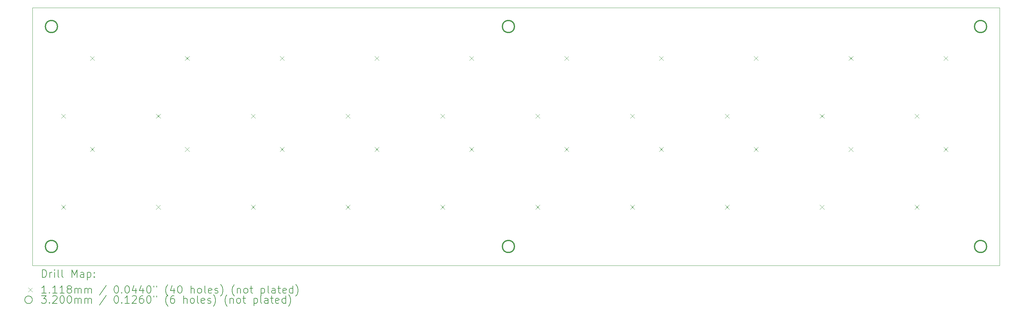
<source format=gbr>
%TF.GenerationSoftware,KiCad,Pcbnew,8.0.4*%
%TF.CreationDate,2024-09-19T19:58:53+02:00*%
%TF.ProjectId,Buttons_Flash,42757474-6f6e-4735-9f46-6c6173682e6b,rev?*%
%TF.SameCoordinates,Original*%
%TF.FileFunction,Drillmap*%
%TF.FilePolarity,Positive*%
%FSLAX45Y45*%
G04 Gerber Fmt 4.5, Leading zero omitted, Abs format (unit mm)*
G04 Created by KiCad (PCBNEW 8.0.4) date 2024-09-19 19:58:53*
%MOMM*%
%LPD*%
G01*
G04 APERTURE LIST*
%ADD10C,0.050000*%
%ADD11C,0.200000*%
%ADD12C,0.111760*%
%ADD13C,0.320000*%
G04 APERTURE END LIST*
D10*
X27500000Y-15000000D02*
X27500000Y-8200000D01*
X27500000Y-8200000D02*
X2000000Y-8200000D01*
X2000000Y-8200000D02*
X2000000Y-15000000D01*
X2000000Y-15000000D02*
X27500000Y-15000000D01*
D11*
D12*
X2763120Y-11006120D02*
X2874880Y-11117880D01*
X2874880Y-11006120D02*
X2763120Y-11117880D01*
X2763120Y-13406120D02*
X2874880Y-13517880D01*
X2874880Y-13406120D02*
X2763120Y-13517880D01*
X3525120Y-9482120D02*
X3636880Y-9593880D01*
X3636880Y-9482120D02*
X3525120Y-9593880D01*
X3525120Y-11882120D02*
X3636880Y-11993880D01*
X3636880Y-11882120D02*
X3525120Y-11993880D01*
X5263120Y-11006120D02*
X5374880Y-11117880D01*
X5374880Y-11006120D02*
X5263120Y-11117880D01*
X5263120Y-13406120D02*
X5374880Y-13517880D01*
X5374880Y-13406120D02*
X5263120Y-13517880D01*
X6025120Y-9482120D02*
X6136880Y-9593880D01*
X6136880Y-9482120D02*
X6025120Y-9593880D01*
X6025120Y-11882120D02*
X6136880Y-11993880D01*
X6136880Y-11882120D02*
X6025120Y-11993880D01*
X7763120Y-11006120D02*
X7874880Y-11117880D01*
X7874880Y-11006120D02*
X7763120Y-11117880D01*
X7763120Y-13406120D02*
X7874880Y-13517880D01*
X7874880Y-13406120D02*
X7763120Y-13517880D01*
X8525120Y-9482120D02*
X8636880Y-9593880D01*
X8636880Y-9482120D02*
X8525120Y-9593880D01*
X8525120Y-11882120D02*
X8636880Y-11993880D01*
X8636880Y-11882120D02*
X8525120Y-11993880D01*
X10263120Y-11006120D02*
X10374880Y-11117880D01*
X10374880Y-11006120D02*
X10263120Y-11117880D01*
X10263120Y-13406120D02*
X10374880Y-13517880D01*
X10374880Y-13406120D02*
X10263120Y-13517880D01*
X11025120Y-9482120D02*
X11136880Y-9593880D01*
X11136880Y-9482120D02*
X11025120Y-9593880D01*
X11025120Y-11882120D02*
X11136880Y-11993880D01*
X11136880Y-11882120D02*
X11025120Y-11993880D01*
X12763120Y-11006120D02*
X12874880Y-11117880D01*
X12874880Y-11006120D02*
X12763120Y-11117880D01*
X12763120Y-13406120D02*
X12874880Y-13517880D01*
X12874880Y-13406120D02*
X12763120Y-13517880D01*
X13525120Y-9482120D02*
X13636880Y-9593880D01*
X13636880Y-9482120D02*
X13525120Y-9593880D01*
X13525120Y-11882120D02*
X13636880Y-11993880D01*
X13636880Y-11882120D02*
X13525120Y-11993880D01*
X15263120Y-11006120D02*
X15374880Y-11117880D01*
X15374880Y-11006120D02*
X15263120Y-11117880D01*
X15263120Y-13406120D02*
X15374880Y-13517880D01*
X15374880Y-13406120D02*
X15263120Y-13517880D01*
X16025120Y-9482120D02*
X16136880Y-9593880D01*
X16136880Y-9482120D02*
X16025120Y-9593880D01*
X16025120Y-11882120D02*
X16136880Y-11993880D01*
X16136880Y-11882120D02*
X16025120Y-11993880D01*
X17763120Y-11006120D02*
X17874880Y-11117880D01*
X17874880Y-11006120D02*
X17763120Y-11117880D01*
X17763120Y-13406120D02*
X17874880Y-13517880D01*
X17874880Y-13406120D02*
X17763120Y-13517880D01*
X18525120Y-9482120D02*
X18636880Y-9593880D01*
X18636880Y-9482120D02*
X18525120Y-9593880D01*
X18525120Y-11882120D02*
X18636880Y-11993880D01*
X18636880Y-11882120D02*
X18525120Y-11993880D01*
X20263120Y-11006120D02*
X20374880Y-11117880D01*
X20374880Y-11006120D02*
X20263120Y-11117880D01*
X20263120Y-13406120D02*
X20374880Y-13517880D01*
X20374880Y-13406120D02*
X20263120Y-13517880D01*
X21025120Y-9482120D02*
X21136880Y-9593880D01*
X21136880Y-9482120D02*
X21025120Y-9593880D01*
X21025120Y-11882120D02*
X21136880Y-11993880D01*
X21136880Y-11882120D02*
X21025120Y-11993880D01*
X22763120Y-11006120D02*
X22874880Y-11117880D01*
X22874880Y-11006120D02*
X22763120Y-11117880D01*
X22763120Y-13406120D02*
X22874880Y-13517880D01*
X22874880Y-13406120D02*
X22763120Y-13517880D01*
X23525120Y-9482120D02*
X23636880Y-9593880D01*
X23636880Y-9482120D02*
X23525120Y-9593880D01*
X23525120Y-11882120D02*
X23636880Y-11993880D01*
X23636880Y-11882120D02*
X23525120Y-11993880D01*
X25263120Y-11006120D02*
X25374880Y-11117880D01*
X25374880Y-11006120D02*
X25263120Y-11117880D01*
X25263120Y-13406120D02*
X25374880Y-13517880D01*
X25374880Y-13406120D02*
X25263120Y-13517880D01*
X26025120Y-9482120D02*
X26136880Y-9593880D01*
X26136880Y-9482120D02*
X26025120Y-9593880D01*
X26025120Y-11882120D02*
X26136880Y-11993880D01*
X26136880Y-11882120D02*
X26025120Y-11993880D01*
D13*
X2660000Y-8700000D02*
G75*
G02*
X2340000Y-8700000I-160000J0D01*
G01*
X2340000Y-8700000D02*
G75*
G02*
X2660000Y-8700000I160000J0D01*
G01*
X2660000Y-14500000D02*
G75*
G02*
X2340000Y-14500000I-160000J0D01*
G01*
X2340000Y-14500000D02*
G75*
G02*
X2660000Y-14500000I160000J0D01*
G01*
X14710000Y-8700000D02*
G75*
G02*
X14390000Y-8700000I-160000J0D01*
G01*
X14390000Y-8700000D02*
G75*
G02*
X14710000Y-8700000I160000J0D01*
G01*
X14710000Y-14500000D02*
G75*
G02*
X14390000Y-14500000I-160000J0D01*
G01*
X14390000Y-14500000D02*
G75*
G02*
X14710000Y-14500000I160000J0D01*
G01*
X27160000Y-8700000D02*
G75*
G02*
X26840000Y-8700000I-160000J0D01*
G01*
X26840000Y-8700000D02*
G75*
G02*
X27160000Y-8700000I160000J0D01*
G01*
X27160000Y-14500000D02*
G75*
G02*
X26840000Y-14500000I-160000J0D01*
G01*
X26840000Y-14500000D02*
G75*
G02*
X27160000Y-14500000I160000J0D01*
G01*
D11*
X2258277Y-15313984D02*
X2258277Y-15113984D01*
X2258277Y-15113984D02*
X2305896Y-15113984D01*
X2305896Y-15113984D02*
X2334467Y-15123508D01*
X2334467Y-15123508D02*
X2353515Y-15142555D01*
X2353515Y-15142555D02*
X2363039Y-15161603D01*
X2363039Y-15161603D02*
X2372563Y-15199698D01*
X2372563Y-15199698D02*
X2372563Y-15228269D01*
X2372563Y-15228269D02*
X2363039Y-15266365D01*
X2363039Y-15266365D02*
X2353515Y-15285412D01*
X2353515Y-15285412D02*
X2334467Y-15304460D01*
X2334467Y-15304460D02*
X2305896Y-15313984D01*
X2305896Y-15313984D02*
X2258277Y-15313984D01*
X2458277Y-15313984D02*
X2458277Y-15180650D01*
X2458277Y-15218746D02*
X2467801Y-15199698D01*
X2467801Y-15199698D02*
X2477324Y-15190174D01*
X2477324Y-15190174D02*
X2496372Y-15180650D01*
X2496372Y-15180650D02*
X2515420Y-15180650D01*
X2582086Y-15313984D02*
X2582086Y-15180650D01*
X2582086Y-15113984D02*
X2572563Y-15123508D01*
X2572563Y-15123508D02*
X2582086Y-15133031D01*
X2582086Y-15133031D02*
X2591610Y-15123508D01*
X2591610Y-15123508D02*
X2582086Y-15113984D01*
X2582086Y-15113984D02*
X2582086Y-15133031D01*
X2705896Y-15313984D02*
X2686848Y-15304460D01*
X2686848Y-15304460D02*
X2677324Y-15285412D01*
X2677324Y-15285412D02*
X2677324Y-15113984D01*
X2810658Y-15313984D02*
X2791610Y-15304460D01*
X2791610Y-15304460D02*
X2782086Y-15285412D01*
X2782086Y-15285412D02*
X2782086Y-15113984D01*
X3039229Y-15313984D02*
X3039229Y-15113984D01*
X3039229Y-15113984D02*
X3105896Y-15256841D01*
X3105896Y-15256841D02*
X3172562Y-15113984D01*
X3172562Y-15113984D02*
X3172562Y-15313984D01*
X3353515Y-15313984D02*
X3353515Y-15209222D01*
X3353515Y-15209222D02*
X3343991Y-15190174D01*
X3343991Y-15190174D02*
X3324943Y-15180650D01*
X3324943Y-15180650D02*
X3286848Y-15180650D01*
X3286848Y-15180650D02*
X3267801Y-15190174D01*
X3353515Y-15304460D02*
X3334467Y-15313984D01*
X3334467Y-15313984D02*
X3286848Y-15313984D01*
X3286848Y-15313984D02*
X3267801Y-15304460D01*
X3267801Y-15304460D02*
X3258277Y-15285412D01*
X3258277Y-15285412D02*
X3258277Y-15266365D01*
X3258277Y-15266365D02*
X3267801Y-15247317D01*
X3267801Y-15247317D02*
X3286848Y-15237793D01*
X3286848Y-15237793D02*
X3334467Y-15237793D01*
X3334467Y-15237793D02*
X3353515Y-15228269D01*
X3448753Y-15180650D02*
X3448753Y-15380650D01*
X3448753Y-15190174D02*
X3467801Y-15180650D01*
X3467801Y-15180650D02*
X3505896Y-15180650D01*
X3505896Y-15180650D02*
X3524943Y-15190174D01*
X3524943Y-15190174D02*
X3534467Y-15199698D01*
X3534467Y-15199698D02*
X3543991Y-15218746D01*
X3543991Y-15218746D02*
X3543991Y-15275888D01*
X3543991Y-15275888D02*
X3534467Y-15294936D01*
X3534467Y-15294936D02*
X3524943Y-15304460D01*
X3524943Y-15304460D02*
X3505896Y-15313984D01*
X3505896Y-15313984D02*
X3467801Y-15313984D01*
X3467801Y-15313984D02*
X3448753Y-15304460D01*
X3629705Y-15294936D02*
X3639229Y-15304460D01*
X3639229Y-15304460D02*
X3629705Y-15313984D01*
X3629705Y-15313984D02*
X3620182Y-15304460D01*
X3620182Y-15304460D02*
X3629705Y-15294936D01*
X3629705Y-15294936D02*
X3629705Y-15313984D01*
X3629705Y-15190174D02*
X3639229Y-15199698D01*
X3639229Y-15199698D02*
X3629705Y-15209222D01*
X3629705Y-15209222D02*
X3620182Y-15199698D01*
X3620182Y-15199698D02*
X3629705Y-15190174D01*
X3629705Y-15190174D02*
X3629705Y-15209222D01*
D12*
X1885740Y-15586620D02*
X1997500Y-15698380D01*
X1997500Y-15586620D02*
X1885740Y-15698380D01*
D11*
X2363039Y-15733984D02*
X2248753Y-15733984D01*
X2305896Y-15733984D02*
X2305896Y-15533984D01*
X2305896Y-15533984D02*
X2286848Y-15562555D01*
X2286848Y-15562555D02*
X2267801Y-15581603D01*
X2267801Y-15581603D02*
X2248753Y-15591127D01*
X2448753Y-15714936D02*
X2458277Y-15724460D01*
X2458277Y-15724460D02*
X2448753Y-15733984D01*
X2448753Y-15733984D02*
X2439229Y-15724460D01*
X2439229Y-15724460D02*
X2448753Y-15714936D01*
X2448753Y-15714936D02*
X2448753Y-15733984D01*
X2648753Y-15733984D02*
X2534467Y-15733984D01*
X2591610Y-15733984D02*
X2591610Y-15533984D01*
X2591610Y-15533984D02*
X2572563Y-15562555D01*
X2572563Y-15562555D02*
X2553515Y-15581603D01*
X2553515Y-15581603D02*
X2534467Y-15591127D01*
X2839229Y-15733984D02*
X2724944Y-15733984D01*
X2782086Y-15733984D02*
X2782086Y-15533984D01*
X2782086Y-15533984D02*
X2763039Y-15562555D01*
X2763039Y-15562555D02*
X2743991Y-15581603D01*
X2743991Y-15581603D02*
X2724944Y-15591127D01*
X2953515Y-15619698D02*
X2934467Y-15610174D01*
X2934467Y-15610174D02*
X2924943Y-15600650D01*
X2924943Y-15600650D02*
X2915420Y-15581603D01*
X2915420Y-15581603D02*
X2915420Y-15572079D01*
X2915420Y-15572079D02*
X2924943Y-15553031D01*
X2924943Y-15553031D02*
X2934467Y-15543508D01*
X2934467Y-15543508D02*
X2953515Y-15533984D01*
X2953515Y-15533984D02*
X2991610Y-15533984D01*
X2991610Y-15533984D02*
X3010658Y-15543508D01*
X3010658Y-15543508D02*
X3020182Y-15553031D01*
X3020182Y-15553031D02*
X3029705Y-15572079D01*
X3029705Y-15572079D02*
X3029705Y-15581603D01*
X3029705Y-15581603D02*
X3020182Y-15600650D01*
X3020182Y-15600650D02*
X3010658Y-15610174D01*
X3010658Y-15610174D02*
X2991610Y-15619698D01*
X2991610Y-15619698D02*
X2953515Y-15619698D01*
X2953515Y-15619698D02*
X2934467Y-15629222D01*
X2934467Y-15629222D02*
X2924943Y-15638746D01*
X2924943Y-15638746D02*
X2915420Y-15657793D01*
X2915420Y-15657793D02*
X2915420Y-15695888D01*
X2915420Y-15695888D02*
X2924943Y-15714936D01*
X2924943Y-15714936D02*
X2934467Y-15724460D01*
X2934467Y-15724460D02*
X2953515Y-15733984D01*
X2953515Y-15733984D02*
X2991610Y-15733984D01*
X2991610Y-15733984D02*
X3010658Y-15724460D01*
X3010658Y-15724460D02*
X3020182Y-15714936D01*
X3020182Y-15714936D02*
X3029705Y-15695888D01*
X3029705Y-15695888D02*
X3029705Y-15657793D01*
X3029705Y-15657793D02*
X3020182Y-15638746D01*
X3020182Y-15638746D02*
X3010658Y-15629222D01*
X3010658Y-15629222D02*
X2991610Y-15619698D01*
X3115420Y-15733984D02*
X3115420Y-15600650D01*
X3115420Y-15619698D02*
X3124943Y-15610174D01*
X3124943Y-15610174D02*
X3143991Y-15600650D01*
X3143991Y-15600650D02*
X3172563Y-15600650D01*
X3172563Y-15600650D02*
X3191610Y-15610174D01*
X3191610Y-15610174D02*
X3201134Y-15629222D01*
X3201134Y-15629222D02*
X3201134Y-15733984D01*
X3201134Y-15629222D02*
X3210658Y-15610174D01*
X3210658Y-15610174D02*
X3229705Y-15600650D01*
X3229705Y-15600650D02*
X3258277Y-15600650D01*
X3258277Y-15600650D02*
X3277324Y-15610174D01*
X3277324Y-15610174D02*
X3286848Y-15629222D01*
X3286848Y-15629222D02*
X3286848Y-15733984D01*
X3382086Y-15733984D02*
X3382086Y-15600650D01*
X3382086Y-15619698D02*
X3391610Y-15610174D01*
X3391610Y-15610174D02*
X3410658Y-15600650D01*
X3410658Y-15600650D02*
X3439229Y-15600650D01*
X3439229Y-15600650D02*
X3458277Y-15610174D01*
X3458277Y-15610174D02*
X3467801Y-15629222D01*
X3467801Y-15629222D02*
X3467801Y-15733984D01*
X3467801Y-15629222D02*
X3477324Y-15610174D01*
X3477324Y-15610174D02*
X3496372Y-15600650D01*
X3496372Y-15600650D02*
X3524943Y-15600650D01*
X3524943Y-15600650D02*
X3543991Y-15610174D01*
X3543991Y-15610174D02*
X3553515Y-15629222D01*
X3553515Y-15629222D02*
X3553515Y-15733984D01*
X3943991Y-15524460D02*
X3772563Y-15781603D01*
X4201134Y-15533984D02*
X4220182Y-15533984D01*
X4220182Y-15533984D02*
X4239229Y-15543508D01*
X4239229Y-15543508D02*
X4248753Y-15553031D01*
X4248753Y-15553031D02*
X4258277Y-15572079D01*
X4258277Y-15572079D02*
X4267801Y-15610174D01*
X4267801Y-15610174D02*
X4267801Y-15657793D01*
X4267801Y-15657793D02*
X4258277Y-15695888D01*
X4258277Y-15695888D02*
X4248753Y-15714936D01*
X4248753Y-15714936D02*
X4239229Y-15724460D01*
X4239229Y-15724460D02*
X4220182Y-15733984D01*
X4220182Y-15733984D02*
X4201134Y-15733984D01*
X4201134Y-15733984D02*
X4182086Y-15724460D01*
X4182086Y-15724460D02*
X4172563Y-15714936D01*
X4172563Y-15714936D02*
X4163039Y-15695888D01*
X4163039Y-15695888D02*
X4153515Y-15657793D01*
X4153515Y-15657793D02*
X4153515Y-15610174D01*
X4153515Y-15610174D02*
X4163039Y-15572079D01*
X4163039Y-15572079D02*
X4172563Y-15553031D01*
X4172563Y-15553031D02*
X4182086Y-15543508D01*
X4182086Y-15543508D02*
X4201134Y-15533984D01*
X4353515Y-15714936D02*
X4363039Y-15724460D01*
X4363039Y-15724460D02*
X4353515Y-15733984D01*
X4353515Y-15733984D02*
X4343991Y-15724460D01*
X4343991Y-15724460D02*
X4353515Y-15714936D01*
X4353515Y-15714936D02*
X4353515Y-15733984D01*
X4486848Y-15533984D02*
X4505896Y-15533984D01*
X4505896Y-15533984D02*
X4524944Y-15543508D01*
X4524944Y-15543508D02*
X4534468Y-15553031D01*
X4534468Y-15553031D02*
X4543991Y-15572079D01*
X4543991Y-15572079D02*
X4553515Y-15610174D01*
X4553515Y-15610174D02*
X4553515Y-15657793D01*
X4553515Y-15657793D02*
X4543991Y-15695888D01*
X4543991Y-15695888D02*
X4534468Y-15714936D01*
X4534468Y-15714936D02*
X4524944Y-15724460D01*
X4524944Y-15724460D02*
X4505896Y-15733984D01*
X4505896Y-15733984D02*
X4486848Y-15733984D01*
X4486848Y-15733984D02*
X4467801Y-15724460D01*
X4467801Y-15724460D02*
X4458277Y-15714936D01*
X4458277Y-15714936D02*
X4448753Y-15695888D01*
X4448753Y-15695888D02*
X4439229Y-15657793D01*
X4439229Y-15657793D02*
X4439229Y-15610174D01*
X4439229Y-15610174D02*
X4448753Y-15572079D01*
X4448753Y-15572079D02*
X4458277Y-15553031D01*
X4458277Y-15553031D02*
X4467801Y-15543508D01*
X4467801Y-15543508D02*
X4486848Y-15533984D01*
X4724944Y-15600650D02*
X4724944Y-15733984D01*
X4677325Y-15524460D02*
X4629706Y-15667317D01*
X4629706Y-15667317D02*
X4753515Y-15667317D01*
X4915420Y-15600650D02*
X4915420Y-15733984D01*
X4867801Y-15524460D02*
X4820182Y-15667317D01*
X4820182Y-15667317D02*
X4943991Y-15667317D01*
X5058277Y-15533984D02*
X5077325Y-15533984D01*
X5077325Y-15533984D02*
X5096372Y-15543508D01*
X5096372Y-15543508D02*
X5105896Y-15553031D01*
X5105896Y-15553031D02*
X5115420Y-15572079D01*
X5115420Y-15572079D02*
X5124944Y-15610174D01*
X5124944Y-15610174D02*
X5124944Y-15657793D01*
X5124944Y-15657793D02*
X5115420Y-15695888D01*
X5115420Y-15695888D02*
X5105896Y-15714936D01*
X5105896Y-15714936D02*
X5096372Y-15724460D01*
X5096372Y-15724460D02*
X5077325Y-15733984D01*
X5077325Y-15733984D02*
X5058277Y-15733984D01*
X5058277Y-15733984D02*
X5039229Y-15724460D01*
X5039229Y-15724460D02*
X5029706Y-15714936D01*
X5029706Y-15714936D02*
X5020182Y-15695888D01*
X5020182Y-15695888D02*
X5010658Y-15657793D01*
X5010658Y-15657793D02*
X5010658Y-15610174D01*
X5010658Y-15610174D02*
X5020182Y-15572079D01*
X5020182Y-15572079D02*
X5029706Y-15553031D01*
X5029706Y-15553031D02*
X5039229Y-15543508D01*
X5039229Y-15543508D02*
X5058277Y-15533984D01*
X5201134Y-15533984D02*
X5201134Y-15572079D01*
X5277325Y-15533984D02*
X5277325Y-15572079D01*
X5572563Y-15810174D02*
X5563039Y-15800650D01*
X5563039Y-15800650D02*
X5543991Y-15772079D01*
X5543991Y-15772079D02*
X5534468Y-15753031D01*
X5534468Y-15753031D02*
X5524944Y-15724460D01*
X5524944Y-15724460D02*
X5515420Y-15676841D01*
X5515420Y-15676841D02*
X5515420Y-15638746D01*
X5515420Y-15638746D02*
X5524944Y-15591127D01*
X5524944Y-15591127D02*
X5534468Y-15562555D01*
X5534468Y-15562555D02*
X5543991Y-15543508D01*
X5543991Y-15543508D02*
X5563039Y-15514936D01*
X5563039Y-15514936D02*
X5572563Y-15505412D01*
X5734468Y-15600650D02*
X5734468Y-15733984D01*
X5686848Y-15524460D02*
X5639229Y-15667317D01*
X5639229Y-15667317D02*
X5763039Y-15667317D01*
X5877325Y-15533984D02*
X5896372Y-15533984D01*
X5896372Y-15533984D02*
X5915420Y-15543508D01*
X5915420Y-15543508D02*
X5924944Y-15553031D01*
X5924944Y-15553031D02*
X5934468Y-15572079D01*
X5934468Y-15572079D02*
X5943991Y-15610174D01*
X5943991Y-15610174D02*
X5943991Y-15657793D01*
X5943991Y-15657793D02*
X5934468Y-15695888D01*
X5934468Y-15695888D02*
X5924944Y-15714936D01*
X5924944Y-15714936D02*
X5915420Y-15724460D01*
X5915420Y-15724460D02*
X5896372Y-15733984D01*
X5896372Y-15733984D02*
X5877325Y-15733984D01*
X5877325Y-15733984D02*
X5858277Y-15724460D01*
X5858277Y-15724460D02*
X5848753Y-15714936D01*
X5848753Y-15714936D02*
X5839229Y-15695888D01*
X5839229Y-15695888D02*
X5829706Y-15657793D01*
X5829706Y-15657793D02*
X5829706Y-15610174D01*
X5829706Y-15610174D02*
X5839229Y-15572079D01*
X5839229Y-15572079D02*
X5848753Y-15553031D01*
X5848753Y-15553031D02*
X5858277Y-15543508D01*
X5858277Y-15543508D02*
X5877325Y-15533984D01*
X6182087Y-15733984D02*
X6182087Y-15533984D01*
X6267801Y-15733984D02*
X6267801Y-15629222D01*
X6267801Y-15629222D02*
X6258277Y-15610174D01*
X6258277Y-15610174D02*
X6239230Y-15600650D01*
X6239230Y-15600650D02*
X6210658Y-15600650D01*
X6210658Y-15600650D02*
X6191610Y-15610174D01*
X6191610Y-15610174D02*
X6182087Y-15619698D01*
X6391610Y-15733984D02*
X6372563Y-15724460D01*
X6372563Y-15724460D02*
X6363039Y-15714936D01*
X6363039Y-15714936D02*
X6353515Y-15695888D01*
X6353515Y-15695888D02*
X6353515Y-15638746D01*
X6353515Y-15638746D02*
X6363039Y-15619698D01*
X6363039Y-15619698D02*
X6372563Y-15610174D01*
X6372563Y-15610174D02*
X6391610Y-15600650D01*
X6391610Y-15600650D02*
X6420182Y-15600650D01*
X6420182Y-15600650D02*
X6439230Y-15610174D01*
X6439230Y-15610174D02*
X6448753Y-15619698D01*
X6448753Y-15619698D02*
X6458277Y-15638746D01*
X6458277Y-15638746D02*
X6458277Y-15695888D01*
X6458277Y-15695888D02*
X6448753Y-15714936D01*
X6448753Y-15714936D02*
X6439230Y-15724460D01*
X6439230Y-15724460D02*
X6420182Y-15733984D01*
X6420182Y-15733984D02*
X6391610Y-15733984D01*
X6572563Y-15733984D02*
X6553515Y-15724460D01*
X6553515Y-15724460D02*
X6543991Y-15705412D01*
X6543991Y-15705412D02*
X6543991Y-15533984D01*
X6724944Y-15724460D02*
X6705896Y-15733984D01*
X6705896Y-15733984D02*
X6667801Y-15733984D01*
X6667801Y-15733984D02*
X6648753Y-15724460D01*
X6648753Y-15724460D02*
X6639230Y-15705412D01*
X6639230Y-15705412D02*
X6639230Y-15629222D01*
X6639230Y-15629222D02*
X6648753Y-15610174D01*
X6648753Y-15610174D02*
X6667801Y-15600650D01*
X6667801Y-15600650D02*
X6705896Y-15600650D01*
X6705896Y-15600650D02*
X6724944Y-15610174D01*
X6724944Y-15610174D02*
X6734468Y-15629222D01*
X6734468Y-15629222D02*
X6734468Y-15648269D01*
X6734468Y-15648269D02*
X6639230Y-15667317D01*
X6810658Y-15724460D02*
X6829706Y-15733984D01*
X6829706Y-15733984D02*
X6867801Y-15733984D01*
X6867801Y-15733984D02*
X6886849Y-15724460D01*
X6886849Y-15724460D02*
X6896372Y-15705412D01*
X6896372Y-15705412D02*
X6896372Y-15695888D01*
X6896372Y-15695888D02*
X6886849Y-15676841D01*
X6886849Y-15676841D02*
X6867801Y-15667317D01*
X6867801Y-15667317D02*
X6839230Y-15667317D01*
X6839230Y-15667317D02*
X6820182Y-15657793D01*
X6820182Y-15657793D02*
X6810658Y-15638746D01*
X6810658Y-15638746D02*
X6810658Y-15629222D01*
X6810658Y-15629222D02*
X6820182Y-15610174D01*
X6820182Y-15610174D02*
X6839230Y-15600650D01*
X6839230Y-15600650D02*
X6867801Y-15600650D01*
X6867801Y-15600650D02*
X6886849Y-15610174D01*
X6963039Y-15810174D02*
X6972563Y-15800650D01*
X6972563Y-15800650D02*
X6991611Y-15772079D01*
X6991611Y-15772079D02*
X7001134Y-15753031D01*
X7001134Y-15753031D02*
X7010658Y-15724460D01*
X7010658Y-15724460D02*
X7020182Y-15676841D01*
X7020182Y-15676841D02*
X7020182Y-15638746D01*
X7020182Y-15638746D02*
X7010658Y-15591127D01*
X7010658Y-15591127D02*
X7001134Y-15562555D01*
X7001134Y-15562555D02*
X6991611Y-15543508D01*
X6991611Y-15543508D02*
X6972563Y-15514936D01*
X6972563Y-15514936D02*
X6963039Y-15505412D01*
X7324944Y-15810174D02*
X7315420Y-15800650D01*
X7315420Y-15800650D02*
X7296372Y-15772079D01*
X7296372Y-15772079D02*
X7286849Y-15753031D01*
X7286849Y-15753031D02*
X7277325Y-15724460D01*
X7277325Y-15724460D02*
X7267801Y-15676841D01*
X7267801Y-15676841D02*
X7267801Y-15638746D01*
X7267801Y-15638746D02*
X7277325Y-15591127D01*
X7277325Y-15591127D02*
X7286849Y-15562555D01*
X7286849Y-15562555D02*
X7296372Y-15543508D01*
X7296372Y-15543508D02*
X7315420Y-15514936D01*
X7315420Y-15514936D02*
X7324944Y-15505412D01*
X7401134Y-15600650D02*
X7401134Y-15733984D01*
X7401134Y-15619698D02*
X7410658Y-15610174D01*
X7410658Y-15610174D02*
X7429706Y-15600650D01*
X7429706Y-15600650D02*
X7458277Y-15600650D01*
X7458277Y-15600650D02*
X7477325Y-15610174D01*
X7477325Y-15610174D02*
X7486849Y-15629222D01*
X7486849Y-15629222D02*
X7486849Y-15733984D01*
X7610658Y-15733984D02*
X7591611Y-15724460D01*
X7591611Y-15724460D02*
X7582087Y-15714936D01*
X7582087Y-15714936D02*
X7572563Y-15695888D01*
X7572563Y-15695888D02*
X7572563Y-15638746D01*
X7572563Y-15638746D02*
X7582087Y-15619698D01*
X7582087Y-15619698D02*
X7591611Y-15610174D01*
X7591611Y-15610174D02*
X7610658Y-15600650D01*
X7610658Y-15600650D02*
X7639230Y-15600650D01*
X7639230Y-15600650D02*
X7658277Y-15610174D01*
X7658277Y-15610174D02*
X7667801Y-15619698D01*
X7667801Y-15619698D02*
X7677325Y-15638746D01*
X7677325Y-15638746D02*
X7677325Y-15695888D01*
X7677325Y-15695888D02*
X7667801Y-15714936D01*
X7667801Y-15714936D02*
X7658277Y-15724460D01*
X7658277Y-15724460D02*
X7639230Y-15733984D01*
X7639230Y-15733984D02*
X7610658Y-15733984D01*
X7734468Y-15600650D02*
X7810658Y-15600650D01*
X7763039Y-15533984D02*
X7763039Y-15705412D01*
X7763039Y-15705412D02*
X7772563Y-15724460D01*
X7772563Y-15724460D02*
X7791611Y-15733984D01*
X7791611Y-15733984D02*
X7810658Y-15733984D01*
X8029706Y-15600650D02*
X8029706Y-15800650D01*
X8029706Y-15610174D02*
X8048753Y-15600650D01*
X8048753Y-15600650D02*
X8086849Y-15600650D01*
X8086849Y-15600650D02*
X8105896Y-15610174D01*
X8105896Y-15610174D02*
X8115420Y-15619698D01*
X8115420Y-15619698D02*
X8124944Y-15638746D01*
X8124944Y-15638746D02*
X8124944Y-15695888D01*
X8124944Y-15695888D02*
X8115420Y-15714936D01*
X8115420Y-15714936D02*
X8105896Y-15724460D01*
X8105896Y-15724460D02*
X8086849Y-15733984D01*
X8086849Y-15733984D02*
X8048753Y-15733984D01*
X8048753Y-15733984D02*
X8029706Y-15724460D01*
X8239230Y-15733984D02*
X8220182Y-15724460D01*
X8220182Y-15724460D02*
X8210658Y-15705412D01*
X8210658Y-15705412D02*
X8210658Y-15533984D01*
X8401135Y-15733984D02*
X8401135Y-15629222D01*
X8401135Y-15629222D02*
X8391611Y-15610174D01*
X8391611Y-15610174D02*
X8372563Y-15600650D01*
X8372563Y-15600650D02*
X8334468Y-15600650D01*
X8334468Y-15600650D02*
X8315420Y-15610174D01*
X8401135Y-15724460D02*
X8382087Y-15733984D01*
X8382087Y-15733984D02*
X8334468Y-15733984D01*
X8334468Y-15733984D02*
X8315420Y-15724460D01*
X8315420Y-15724460D02*
X8305896Y-15705412D01*
X8305896Y-15705412D02*
X8305896Y-15686365D01*
X8305896Y-15686365D02*
X8315420Y-15667317D01*
X8315420Y-15667317D02*
X8334468Y-15657793D01*
X8334468Y-15657793D02*
X8382087Y-15657793D01*
X8382087Y-15657793D02*
X8401135Y-15648269D01*
X8467801Y-15600650D02*
X8543992Y-15600650D01*
X8496373Y-15533984D02*
X8496373Y-15705412D01*
X8496373Y-15705412D02*
X8505896Y-15724460D01*
X8505896Y-15724460D02*
X8524944Y-15733984D01*
X8524944Y-15733984D02*
X8543992Y-15733984D01*
X8686849Y-15724460D02*
X8667801Y-15733984D01*
X8667801Y-15733984D02*
X8629706Y-15733984D01*
X8629706Y-15733984D02*
X8610658Y-15724460D01*
X8610658Y-15724460D02*
X8601135Y-15705412D01*
X8601135Y-15705412D02*
X8601135Y-15629222D01*
X8601135Y-15629222D02*
X8610658Y-15610174D01*
X8610658Y-15610174D02*
X8629706Y-15600650D01*
X8629706Y-15600650D02*
X8667801Y-15600650D01*
X8667801Y-15600650D02*
X8686849Y-15610174D01*
X8686849Y-15610174D02*
X8696373Y-15629222D01*
X8696373Y-15629222D02*
X8696373Y-15648269D01*
X8696373Y-15648269D02*
X8601135Y-15667317D01*
X8867801Y-15733984D02*
X8867801Y-15533984D01*
X8867801Y-15724460D02*
X8848754Y-15733984D01*
X8848754Y-15733984D02*
X8810658Y-15733984D01*
X8810658Y-15733984D02*
X8791611Y-15724460D01*
X8791611Y-15724460D02*
X8782087Y-15714936D01*
X8782087Y-15714936D02*
X8772563Y-15695888D01*
X8772563Y-15695888D02*
X8772563Y-15638746D01*
X8772563Y-15638746D02*
X8782087Y-15619698D01*
X8782087Y-15619698D02*
X8791611Y-15610174D01*
X8791611Y-15610174D02*
X8810658Y-15600650D01*
X8810658Y-15600650D02*
X8848754Y-15600650D01*
X8848754Y-15600650D02*
X8867801Y-15610174D01*
X8943992Y-15810174D02*
X8953516Y-15800650D01*
X8953516Y-15800650D02*
X8972563Y-15772079D01*
X8972563Y-15772079D02*
X8982087Y-15753031D01*
X8982087Y-15753031D02*
X8991611Y-15724460D01*
X8991611Y-15724460D02*
X9001135Y-15676841D01*
X9001135Y-15676841D02*
X9001135Y-15638746D01*
X9001135Y-15638746D02*
X8991611Y-15591127D01*
X8991611Y-15591127D02*
X8982087Y-15562555D01*
X8982087Y-15562555D02*
X8972563Y-15543508D01*
X8972563Y-15543508D02*
X8953516Y-15514936D01*
X8953516Y-15514936D02*
X8943992Y-15505412D01*
X1997500Y-15906500D02*
G75*
G02*
X1797500Y-15906500I-100000J0D01*
G01*
X1797500Y-15906500D02*
G75*
G02*
X1997500Y-15906500I100000J0D01*
G01*
X2239229Y-15797984D02*
X2363039Y-15797984D01*
X2363039Y-15797984D02*
X2296372Y-15874174D01*
X2296372Y-15874174D02*
X2324944Y-15874174D01*
X2324944Y-15874174D02*
X2343991Y-15883698D01*
X2343991Y-15883698D02*
X2353515Y-15893222D01*
X2353515Y-15893222D02*
X2363039Y-15912269D01*
X2363039Y-15912269D02*
X2363039Y-15959888D01*
X2363039Y-15959888D02*
X2353515Y-15978936D01*
X2353515Y-15978936D02*
X2343991Y-15988460D01*
X2343991Y-15988460D02*
X2324944Y-15997984D01*
X2324944Y-15997984D02*
X2267801Y-15997984D01*
X2267801Y-15997984D02*
X2248753Y-15988460D01*
X2248753Y-15988460D02*
X2239229Y-15978936D01*
X2448753Y-15978936D02*
X2458277Y-15988460D01*
X2458277Y-15988460D02*
X2448753Y-15997984D01*
X2448753Y-15997984D02*
X2439229Y-15988460D01*
X2439229Y-15988460D02*
X2448753Y-15978936D01*
X2448753Y-15978936D02*
X2448753Y-15997984D01*
X2534467Y-15817031D02*
X2543991Y-15807508D01*
X2543991Y-15807508D02*
X2563039Y-15797984D01*
X2563039Y-15797984D02*
X2610658Y-15797984D01*
X2610658Y-15797984D02*
X2629705Y-15807508D01*
X2629705Y-15807508D02*
X2639229Y-15817031D01*
X2639229Y-15817031D02*
X2648753Y-15836079D01*
X2648753Y-15836079D02*
X2648753Y-15855127D01*
X2648753Y-15855127D02*
X2639229Y-15883698D01*
X2639229Y-15883698D02*
X2524944Y-15997984D01*
X2524944Y-15997984D02*
X2648753Y-15997984D01*
X2772563Y-15797984D02*
X2791610Y-15797984D01*
X2791610Y-15797984D02*
X2810658Y-15807508D01*
X2810658Y-15807508D02*
X2820182Y-15817031D01*
X2820182Y-15817031D02*
X2829705Y-15836079D01*
X2829705Y-15836079D02*
X2839229Y-15874174D01*
X2839229Y-15874174D02*
X2839229Y-15921793D01*
X2839229Y-15921793D02*
X2829705Y-15959888D01*
X2829705Y-15959888D02*
X2820182Y-15978936D01*
X2820182Y-15978936D02*
X2810658Y-15988460D01*
X2810658Y-15988460D02*
X2791610Y-15997984D01*
X2791610Y-15997984D02*
X2772563Y-15997984D01*
X2772563Y-15997984D02*
X2753515Y-15988460D01*
X2753515Y-15988460D02*
X2743991Y-15978936D01*
X2743991Y-15978936D02*
X2734467Y-15959888D01*
X2734467Y-15959888D02*
X2724944Y-15921793D01*
X2724944Y-15921793D02*
X2724944Y-15874174D01*
X2724944Y-15874174D02*
X2734467Y-15836079D01*
X2734467Y-15836079D02*
X2743991Y-15817031D01*
X2743991Y-15817031D02*
X2753515Y-15807508D01*
X2753515Y-15807508D02*
X2772563Y-15797984D01*
X2963039Y-15797984D02*
X2982086Y-15797984D01*
X2982086Y-15797984D02*
X3001134Y-15807508D01*
X3001134Y-15807508D02*
X3010658Y-15817031D01*
X3010658Y-15817031D02*
X3020182Y-15836079D01*
X3020182Y-15836079D02*
X3029705Y-15874174D01*
X3029705Y-15874174D02*
X3029705Y-15921793D01*
X3029705Y-15921793D02*
X3020182Y-15959888D01*
X3020182Y-15959888D02*
X3010658Y-15978936D01*
X3010658Y-15978936D02*
X3001134Y-15988460D01*
X3001134Y-15988460D02*
X2982086Y-15997984D01*
X2982086Y-15997984D02*
X2963039Y-15997984D01*
X2963039Y-15997984D02*
X2943991Y-15988460D01*
X2943991Y-15988460D02*
X2934467Y-15978936D01*
X2934467Y-15978936D02*
X2924943Y-15959888D01*
X2924943Y-15959888D02*
X2915420Y-15921793D01*
X2915420Y-15921793D02*
X2915420Y-15874174D01*
X2915420Y-15874174D02*
X2924943Y-15836079D01*
X2924943Y-15836079D02*
X2934467Y-15817031D01*
X2934467Y-15817031D02*
X2943991Y-15807508D01*
X2943991Y-15807508D02*
X2963039Y-15797984D01*
X3115420Y-15997984D02*
X3115420Y-15864650D01*
X3115420Y-15883698D02*
X3124943Y-15874174D01*
X3124943Y-15874174D02*
X3143991Y-15864650D01*
X3143991Y-15864650D02*
X3172563Y-15864650D01*
X3172563Y-15864650D02*
X3191610Y-15874174D01*
X3191610Y-15874174D02*
X3201134Y-15893222D01*
X3201134Y-15893222D02*
X3201134Y-15997984D01*
X3201134Y-15893222D02*
X3210658Y-15874174D01*
X3210658Y-15874174D02*
X3229705Y-15864650D01*
X3229705Y-15864650D02*
X3258277Y-15864650D01*
X3258277Y-15864650D02*
X3277324Y-15874174D01*
X3277324Y-15874174D02*
X3286848Y-15893222D01*
X3286848Y-15893222D02*
X3286848Y-15997984D01*
X3382086Y-15997984D02*
X3382086Y-15864650D01*
X3382086Y-15883698D02*
X3391610Y-15874174D01*
X3391610Y-15874174D02*
X3410658Y-15864650D01*
X3410658Y-15864650D02*
X3439229Y-15864650D01*
X3439229Y-15864650D02*
X3458277Y-15874174D01*
X3458277Y-15874174D02*
X3467801Y-15893222D01*
X3467801Y-15893222D02*
X3467801Y-15997984D01*
X3467801Y-15893222D02*
X3477324Y-15874174D01*
X3477324Y-15874174D02*
X3496372Y-15864650D01*
X3496372Y-15864650D02*
X3524943Y-15864650D01*
X3524943Y-15864650D02*
X3543991Y-15874174D01*
X3543991Y-15874174D02*
X3553515Y-15893222D01*
X3553515Y-15893222D02*
X3553515Y-15997984D01*
X3943991Y-15788460D02*
X3772563Y-16045603D01*
X4201134Y-15797984D02*
X4220182Y-15797984D01*
X4220182Y-15797984D02*
X4239229Y-15807508D01*
X4239229Y-15807508D02*
X4248753Y-15817031D01*
X4248753Y-15817031D02*
X4258277Y-15836079D01*
X4258277Y-15836079D02*
X4267801Y-15874174D01*
X4267801Y-15874174D02*
X4267801Y-15921793D01*
X4267801Y-15921793D02*
X4258277Y-15959888D01*
X4258277Y-15959888D02*
X4248753Y-15978936D01*
X4248753Y-15978936D02*
X4239229Y-15988460D01*
X4239229Y-15988460D02*
X4220182Y-15997984D01*
X4220182Y-15997984D02*
X4201134Y-15997984D01*
X4201134Y-15997984D02*
X4182086Y-15988460D01*
X4182086Y-15988460D02*
X4172563Y-15978936D01*
X4172563Y-15978936D02*
X4163039Y-15959888D01*
X4163039Y-15959888D02*
X4153515Y-15921793D01*
X4153515Y-15921793D02*
X4153515Y-15874174D01*
X4153515Y-15874174D02*
X4163039Y-15836079D01*
X4163039Y-15836079D02*
X4172563Y-15817031D01*
X4172563Y-15817031D02*
X4182086Y-15807508D01*
X4182086Y-15807508D02*
X4201134Y-15797984D01*
X4353515Y-15978936D02*
X4363039Y-15988460D01*
X4363039Y-15988460D02*
X4353515Y-15997984D01*
X4353515Y-15997984D02*
X4343991Y-15988460D01*
X4343991Y-15988460D02*
X4353515Y-15978936D01*
X4353515Y-15978936D02*
X4353515Y-15997984D01*
X4553515Y-15997984D02*
X4439229Y-15997984D01*
X4496372Y-15997984D02*
X4496372Y-15797984D01*
X4496372Y-15797984D02*
X4477325Y-15826555D01*
X4477325Y-15826555D02*
X4458277Y-15845603D01*
X4458277Y-15845603D02*
X4439229Y-15855127D01*
X4629706Y-15817031D02*
X4639229Y-15807508D01*
X4639229Y-15807508D02*
X4658277Y-15797984D01*
X4658277Y-15797984D02*
X4705896Y-15797984D01*
X4705896Y-15797984D02*
X4724944Y-15807508D01*
X4724944Y-15807508D02*
X4734468Y-15817031D01*
X4734468Y-15817031D02*
X4743991Y-15836079D01*
X4743991Y-15836079D02*
X4743991Y-15855127D01*
X4743991Y-15855127D02*
X4734468Y-15883698D01*
X4734468Y-15883698D02*
X4620182Y-15997984D01*
X4620182Y-15997984D02*
X4743991Y-15997984D01*
X4915420Y-15797984D02*
X4877325Y-15797984D01*
X4877325Y-15797984D02*
X4858277Y-15807508D01*
X4858277Y-15807508D02*
X4848753Y-15817031D01*
X4848753Y-15817031D02*
X4829706Y-15845603D01*
X4829706Y-15845603D02*
X4820182Y-15883698D01*
X4820182Y-15883698D02*
X4820182Y-15959888D01*
X4820182Y-15959888D02*
X4829706Y-15978936D01*
X4829706Y-15978936D02*
X4839229Y-15988460D01*
X4839229Y-15988460D02*
X4858277Y-15997984D01*
X4858277Y-15997984D02*
X4896372Y-15997984D01*
X4896372Y-15997984D02*
X4915420Y-15988460D01*
X4915420Y-15988460D02*
X4924944Y-15978936D01*
X4924944Y-15978936D02*
X4934468Y-15959888D01*
X4934468Y-15959888D02*
X4934468Y-15912269D01*
X4934468Y-15912269D02*
X4924944Y-15893222D01*
X4924944Y-15893222D02*
X4915420Y-15883698D01*
X4915420Y-15883698D02*
X4896372Y-15874174D01*
X4896372Y-15874174D02*
X4858277Y-15874174D01*
X4858277Y-15874174D02*
X4839229Y-15883698D01*
X4839229Y-15883698D02*
X4829706Y-15893222D01*
X4829706Y-15893222D02*
X4820182Y-15912269D01*
X5058277Y-15797984D02*
X5077325Y-15797984D01*
X5077325Y-15797984D02*
X5096372Y-15807508D01*
X5096372Y-15807508D02*
X5105896Y-15817031D01*
X5105896Y-15817031D02*
X5115420Y-15836079D01*
X5115420Y-15836079D02*
X5124944Y-15874174D01*
X5124944Y-15874174D02*
X5124944Y-15921793D01*
X5124944Y-15921793D02*
X5115420Y-15959888D01*
X5115420Y-15959888D02*
X5105896Y-15978936D01*
X5105896Y-15978936D02*
X5096372Y-15988460D01*
X5096372Y-15988460D02*
X5077325Y-15997984D01*
X5077325Y-15997984D02*
X5058277Y-15997984D01*
X5058277Y-15997984D02*
X5039229Y-15988460D01*
X5039229Y-15988460D02*
X5029706Y-15978936D01*
X5029706Y-15978936D02*
X5020182Y-15959888D01*
X5020182Y-15959888D02*
X5010658Y-15921793D01*
X5010658Y-15921793D02*
X5010658Y-15874174D01*
X5010658Y-15874174D02*
X5020182Y-15836079D01*
X5020182Y-15836079D02*
X5029706Y-15817031D01*
X5029706Y-15817031D02*
X5039229Y-15807508D01*
X5039229Y-15807508D02*
X5058277Y-15797984D01*
X5201134Y-15797984D02*
X5201134Y-15836079D01*
X5277325Y-15797984D02*
X5277325Y-15836079D01*
X5572563Y-16074174D02*
X5563039Y-16064650D01*
X5563039Y-16064650D02*
X5543991Y-16036079D01*
X5543991Y-16036079D02*
X5534468Y-16017031D01*
X5534468Y-16017031D02*
X5524944Y-15988460D01*
X5524944Y-15988460D02*
X5515420Y-15940841D01*
X5515420Y-15940841D02*
X5515420Y-15902746D01*
X5515420Y-15902746D02*
X5524944Y-15855127D01*
X5524944Y-15855127D02*
X5534468Y-15826555D01*
X5534468Y-15826555D02*
X5543991Y-15807508D01*
X5543991Y-15807508D02*
X5563039Y-15778936D01*
X5563039Y-15778936D02*
X5572563Y-15769412D01*
X5734468Y-15797984D02*
X5696372Y-15797984D01*
X5696372Y-15797984D02*
X5677325Y-15807508D01*
X5677325Y-15807508D02*
X5667801Y-15817031D01*
X5667801Y-15817031D02*
X5648753Y-15845603D01*
X5648753Y-15845603D02*
X5639229Y-15883698D01*
X5639229Y-15883698D02*
X5639229Y-15959888D01*
X5639229Y-15959888D02*
X5648753Y-15978936D01*
X5648753Y-15978936D02*
X5658277Y-15988460D01*
X5658277Y-15988460D02*
X5677325Y-15997984D01*
X5677325Y-15997984D02*
X5715420Y-15997984D01*
X5715420Y-15997984D02*
X5734468Y-15988460D01*
X5734468Y-15988460D02*
X5743991Y-15978936D01*
X5743991Y-15978936D02*
X5753515Y-15959888D01*
X5753515Y-15959888D02*
X5753515Y-15912269D01*
X5753515Y-15912269D02*
X5743991Y-15893222D01*
X5743991Y-15893222D02*
X5734468Y-15883698D01*
X5734468Y-15883698D02*
X5715420Y-15874174D01*
X5715420Y-15874174D02*
X5677325Y-15874174D01*
X5677325Y-15874174D02*
X5658277Y-15883698D01*
X5658277Y-15883698D02*
X5648753Y-15893222D01*
X5648753Y-15893222D02*
X5639229Y-15912269D01*
X5991610Y-15997984D02*
X5991610Y-15797984D01*
X6077325Y-15997984D02*
X6077325Y-15893222D01*
X6077325Y-15893222D02*
X6067801Y-15874174D01*
X6067801Y-15874174D02*
X6048753Y-15864650D01*
X6048753Y-15864650D02*
X6020182Y-15864650D01*
X6020182Y-15864650D02*
X6001134Y-15874174D01*
X6001134Y-15874174D02*
X5991610Y-15883698D01*
X6201134Y-15997984D02*
X6182087Y-15988460D01*
X6182087Y-15988460D02*
X6172563Y-15978936D01*
X6172563Y-15978936D02*
X6163039Y-15959888D01*
X6163039Y-15959888D02*
X6163039Y-15902746D01*
X6163039Y-15902746D02*
X6172563Y-15883698D01*
X6172563Y-15883698D02*
X6182087Y-15874174D01*
X6182087Y-15874174D02*
X6201134Y-15864650D01*
X6201134Y-15864650D02*
X6229706Y-15864650D01*
X6229706Y-15864650D02*
X6248753Y-15874174D01*
X6248753Y-15874174D02*
X6258277Y-15883698D01*
X6258277Y-15883698D02*
X6267801Y-15902746D01*
X6267801Y-15902746D02*
X6267801Y-15959888D01*
X6267801Y-15959888D02*
X6258277Y-15978936D01*
X6258277Y-15978936D02*
X6248753Y-15988460D01*
X6248753Y-15988460D02*
X6229706Y-15997984D01*
X6229706Y-15997984D02*
X6201134Y-15997984D01*
X6382087Y-15997984D02*
X6363039Y-15988460D01*
X6363039Y-15988460D02*
X6353515Y-15969412D01*
X6353515Y-15969412D02*
X6353515Y-15797984D01*
X6534468Y-15988460D02*
X6515420Y-15997984D01*
X6515420Y-15997984D02*
X6477325Y-15997984D01*
X6477325Y-15997984D02*
X6458277Y-15988460D01*
X6458277Y-15988460D02*
X6448753Y-15969412D01*
X6448753Y-15969412D02*
X6448753Y-15893222D01*
X6448753Y-15893222D02*
X6458277Y-15874174D01*
X6458277Y-15874174D02*
X6477325Y-15864650D01*
X6477325Y-15864650D02*
X6515420Y-15864650D01*
X6515420Y-15864650D02*
X6534468Y-15874174D01*
X6534468Y-15874174D02*
X6543991Y-15893222D01*
X6543991Y-15893222D02*
X6543991Y-15912269D01*
X6543991Y-15912269D02*
X6448753Y-15931317D01*
X6620182Y-15988460D02*
X6639230Y-15997984D01*
X6639230Y-15997984D02*
X6677325Y-15997984D01*
X6677325Y-15997984D02*
X6696372Y-15988460D01*
X6696372Y-15988460D02*
X6705896Y-15969412D01*
X6705896Y-15969412D02*
X6705896Y-15959888D01*
X6705896Y-15959888D02*
X6696372Y-15940841D01*
X6696372Y-15940841D02*
X6677325Y-15931317D01*
X6677325Y-15931317D02*
X6648753Y-15931317D01*
X6648753Y-15931317D02*
X6629706Y-15921793D01*
X6629706Y-15921793D02*
X6620182Y-15902746D01*
X6620182Y-15902746D02*
X6620182Y-15893222D01*
X6620182Y-15893222D02*
X6629706Y-15874174D01*
X6629706Y-15874174D02*
X6648753Y-15864650D01*
X6648753Y-15864650D02*
X6677325Y-15864650D01*
X6677325Y-15864650D02*
X6696372Y-15874174D01*
X6772563Y-16074174D02*
X6782087Y-16064650D01*
X6782087Y-16064650D02*
X6801134Y-16036079D01*
X6801134Y-16036079D02*
X6810658Y-16017031D01*
X6810658Y-16017031D02*
X6820182Y-15988460D01*
X6820182Y-15988460D02*
X6829706Y-15940841D01*
X6829706Y-15940841D02*
X6829706Y-15902746D01*
X6829706Y-15902746D02*
X6820182Y-15855127D01*
X6820182Y-15855127D02*
X6810658Y-15826555D01*
X6810658Y-15826555D02*
X6801134Y-15807508D01*
X6801134Y-15807508D02*
X6782087Y-15778936D01*
X6782087Y-15778936D02*
X6772563Y-15769412D01*
X7134468Y-16074174D02*
X7124944Y-16064650D01*
X7124944Y-16064650D02*
X7105896Y-16036079D01*
X7105896Y-16036079D02*
X7096372Y-16017031D01*
X7096372Y-16017031D02*
X7086849Y-15988460D01*
X7086849Y-15988460D02*
X7077325Y-15940841D01*
X7077325Y-15940841D02*
X7077325Y-15902746D01*
X7077325Y-15902746D02*
X7086849Y-15855127D01*
X7086849Y-15855127D02*
X7096372Y-15826555D01*
X7096372Y-15826555D02*
X7105896Y-15807508D01*
X7105896Y-15807508D02*
X7124944Y-15778936D01*
X7124944Y-15778936D02*
X7134468Y-15769412D01*
X7210658Y-15864650D02*
X7210658Y-15997984D01*
X7210658Y-15883698D02*
X7220182Y-15874174D01*
X7220182Y-15874174D02*
X7239230Y-15864650D01*
X7239230Y-15864650D02*
X7267801Y-15864650D01*
X7267801Y-15864650D02*
X7286849Y-15874174D01*
X7286849Y-15874174D02*
X7296372Y-15893222D01*
X7296372Y-15893222D02*
X7296372Y-15997984D01*
X7420182Y-15997984D02*
X7401134Y-15988460D01*
X7401134Y-15988460D02*
X7391611Y-15978936D01*
X7391611Y-15978936D02*
X7382087Y-15959888D01*
X7382087Y-15959888D02*
X7382087Y-15902746D01*
X7382087Y-15902746D02*
X7391611Y-15883698D01*
X7391611Y-15883698D02*
X7401134Y-15874174D01*
X7401134Y-15874174D02*
X7420182Y-15864650D01*
X7420182Y-15864650D02*
X7448753Y-15864650D01*
X7448753Y-15864650D02*
X7467801Y-15874174D01*
X7467801Y-15874174D02*
X7477325Y-15883698D01*
X7477325Y-15883698D02*
X7486849Y-15902746D01*
X7486849Y-15902746D02*
X7486849Y-15959888D01*
X7486849Y-15959888D02*
X7477325Y-15978936D01*
X7477325Y-15978936D02*
X7467801Y-15988460D01*
X7467801Y-15988460D02*
X7448753Y-15997984D01*
X7448753Y-15997984D02*
X7420182Y-15997984D01*
X7543992Y-15864650D02*
X7620182Y-15864650D01*
X7572563Y-15797984D02*
X7572563Y-15969412D01*
X7572563Y-15969412D02*
X7582087Y-15988460D01*
X7582087Y-15988460D02*
X7601134Y-15997984D01*
X7601134Y-15997984D02*
X7620182Y-15997984D01*
X7839230Y-15864650D02*
X7839230Y-16064650D01*
X7839230Y-15874174D02*
X7858277Y-15864650D01*
X7858277Y-15864650D02*
X7896373Y-15864650D01*
X7896373Y-15864650D02*
X7915420Y-15874174D01*
X7915420Y-15874174D02*
X7924944Y-15883698D01*
X7924944Y-15883698D02*
X7934468Y-15902746D01*
X7934468Y-15902746D02*
X7934468Y-15959888D01*
X7934468Y-15959888D02*
X7924944Y-15978936D01*
X7924944Y-15978936D02*
X7915420Y-15988460D01*
X7915420Y-15988460D02*
X7896373Y-15997984D01*
X7896373Y-15997984D02*
X7858277Y-15997984D01*
X7858277Y-15997984D02*
X7839230Y-15988460D01*
X8048753Y-15997984D02*
X8029706Y-15988460D01*
X8029706Y-15988460D02*
X8020182Y-15969412D01*
X8020182Y-15969412D02*
X8020182Y-15797984D01*
X8210658Y-15997984D02*
X8210658Y-15893222D01*
X8210658Y-15893222D02*
X8201134Y-15874174D01*
X8201134Y-15874174D02*
X8182087Y-15864650D01*
X8182087Y-15864650D02*
X8143992Y-15864650D01*
X8143992Y-15864650D02*
X8124944Y-15874174D01*
X8210658Y-15988460D02*
X8191611Y-15997984D01*
X8191611Y-15997984D02*
X8143992Y-15997984D01*
X8143992Y-15997984D02*
X8124944Y-15988460D01*
X8124944Y-15988460D02*
X8115420Y-15969412D01*
X8115420Y-15969412D02*
X8115420Y-15950365D01*
X8115420Y-15950365D02*
X8124944Y-15931317D01*
X8124944Y-15931317D02*
X8143992Y-15921793D01*
X8143992Y-15921793D02*
X8191611Y-15921793D01*
X8191611Y-15921793D02*
X8210658Y-15912269D01*
X8277325Y-15864650D02*
X8353515Y-15864650D01*
X8305896Y-15797984D02*
X8305896Y-15969412D01*
X8305896Y-15969412D02*
X8315420Y-15988460D01*
X8315420Y-15988460D02*
X8334468Y-15997984D01*
X8334468Y-15997984D02*
X8353515Y-15997984D01*
X8496373Y-15988460D02*
X8477325Y-15997984D01*
X8477325Y-15997984D02*
X8439230Y-15997984D01*
X8439230Y-15997984D02*
X8420182Y-15988460D01*
X8420182Y-15988460D02*
X8410658Y-15969412D01*
X8410658Y-15969412D02*
X8410658Y-15893222D01*
X8410658Y-15893222D02*
X8420182Y-15874174D01*
X8420182Y-15874174D02*
X8439230Y-15864650D01*
X8439230Y-15864650D02*
X8477325Y-15864650D01*
X8477325Y-15864650D02*
X8496373Y-15874174D01*
X8496373Y-15874174D02*
X8505896Y-15893222D01*
X8505896Y-15893222D02*
X8505896Y-15912269D01*
X8505896Y-15912269D02*
X8410658Y-15931317D01*
X8677325Y-15997984D02*
X8677325Y-15797984D01*
X8677325Y-15988460D02*
X8658277Y-15997984D01*
X8658277Y-15997984D02*
X8620182Y-15997984D01*
X8620182Y-15997984D02*
X8601135Y-15988460D01*
X8601135Y-15988460D02*
X8591611Y-15978936D01*
X8591611Y-15978936D02*
X8582087Y-15959888D01*
X8582087Y-15959888D02*
X8582087Y-15902746D01*
X8582087Y-15902746D02*
X8591611Y-15883698D01*
X8591611Y-15883698D02*
X8601135Y-15874174D01*
X8601135Y-15874174D02*
X8620182Y-15864650D01*
X8620182Y-15864650D02*
X8658277Y-15864650D01*
X8658277Y-15864650D02*
X8677325Y-15874174D01*
X8753516Y-16074174D02*
X8763039Y-16064650D01*
X8763039Y-16064650D02*
X8782087Y-16036079D01*
X8782087Y-16036079D02*
X8791611Y-16017031D01*
X8791611Y-16017031D02*
X8801135Y-15988460D01*
X8801135Y-15988460D02*
X8810658Y-15940841D01*
X8810658Y-15940841D02*
X8810658Y-15902746D01*
X8810658Y-15902746D02*
X8801135Y-15855127D01*
X8801135Y-15855127D02*
X8791611Y-15826555D01*
X8791611Y-15826555D02*
X8782087Y-15807508D01*
X8782087Y-15807508D02*
X8763039Y-15778936D01*
X8763039Y-15778936D02*
X8753516Y-15769412D01*
M02*

</source>
